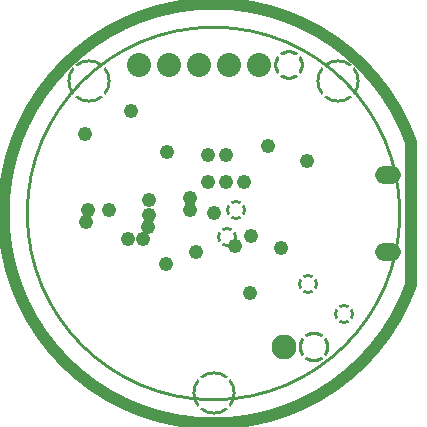
<source format=gbr>
G04*
G04 #@! TF.GenerationSoftware,Altium Limited,Altium Designer,23.3.1 (30)*
G04*
G04 Layer_Physical_Order=2*
G04 Layer_Color=32768*
%FSLAX44Y44*%
%MOMM*%
G71*
G04*
G04 #@! TF.SameCoordinates,607B9DED-B9D6-4049-9DE7-3198A38A4F88*
G04*
G04*
G04 #@! TF.FilePolarity,Negative*
G04*
G01*
G75*
%ADD14C,0.2540*%
%ADD82C,1.0160*%
G04:AMPARAMS|DCode=83|XSize=2.624mm|YSize=2.624mm|CornerRadius=0mm|HoleSize=0mm|Usage=FLASHONLY|Rotation=0.000|XOffset=0mm|YOffset=0mm|HoleType=Round|Shape=Relief|Width=0.254mm|Gap=0.254mm|Entries=4|*
%AMTHD83*
7,0,0,2.6240,2.1160,0.2540,45*
%
%ADD83THD83*%
%ADD84C,2.1160*%
%ADD85O,2.2160X1.5160*%
%ADD86C,1.5160*%
G04:AMPARAMS|DCode=87|XSize=2.544mm|YSize=2.544mm|CornerRadius=0mm|HoleSize=0mm|Usage=FLASHONLY|Rotation=0.000|XOffset=0mm|YOffset=0mm|HoleType=Round|Shape=Relief|Width=0.254mm|Gap=0.254mm|Entries=4|*
%AMTHD87*
7,0,0,2.5440,2.0360,0.2540,45*
%
%ADD87THD87*%
%ADD88C,2.0360*%
%ADD89C,1.2192*%
G04:AMPARAMS|DCode=90|XSize=1.7272mm|YSize=1.7272mm|CornerRadius=0mm|HoleSize=0mm|Usage=FLASHONLY|Rotation=0.000|XOffset=0mm|YOffset=0mm|HoleType=Round|Shape=Relief|Width=0.254mm|Gap=0.254mm|Entries=4|*
%AMTHD90*
7,0,0,1.7272,1.2192,0.2540,45*
%
%ADD90THD90*%
G04:AMPARAMS|DCode=91|XSize=3.683mm|YSize=3.683mm|CornerRadius=0mm|HoleSize=0mm|Usage=FLASHONLY|Rotation=0.000|XOffset=0mm|YOffset=0mm|HoleType=Round|Shape=Relief|Width=0.254mm|Gap=0.254mm|Entries=4|*
%AMTHD91*
7,0,0,3.6830,3.1750,0.2540,45*
%
%ADD91THD91*%
D14*
X411695Y254000D02*
G03*
X411695Y254000I-157695J0D01*
G01*
D82*
X421077Y314811D02*
G03*
X421077Y193189I-167077J-60811D01*
G01*
Y314811D01*
D83*
X339090Y140970D02*
D03*
D84*
X313690D02*
D03*
D85*
X401400Y287000D02*
D03*
Y221000D02*
D03*
D86*
Y287000D02*
D03*
Y221000D02*
D03*
D87*
X317500Y379730D02*
D03*
D88*
X292100D02*
D03*
X266700D02*
D03*
X241300D02*
D03*
X215900D02*
D03*
X190500D02*
D03*
D89*
X214755Y305835D02*
D03*
X213720Y210820D02*
D03*
X299720Y311020D02*
D03*
X264160Y303160D02*
D03*
X248920D02*
D03*
X146050Y246380D02*
D03*
X184150Y340360D02*
D03*
X144780Y321310D02*
D03*
X285750Y234950D02*
D03*
X284480Y186690D02*
D03*
X198120Y242570D02*
D03*
X279400Y280670D02*
D03*
X254000Y254000D02*
D03*
X233680Y266700D02*
D03*
X248920Y280670D02*
D03*
X332740Y298450D02*
D03*
X271780Y226060D02*
D03*
X238760Y220980D02*
D03*
X165100Y256540D02*
D03*
X147320D02*
D03*
X311150Y224790D02*
D03*
X194310Y232410D02*
D03*
X181610D02*
D03*
X233680Y256540D02*
D03*
X199390Y265430D02*
D03*
Y252730D02*
D03*
X264160Y280670D02*
D03*
D90*
X364370Y168910D02*
D03*
X265430Y233680D02*
D03*
X334010Y194310D02*
D03*
X273050Y256540D02*
D03*
D91*
X254000Y101600D02*
D03*
X148590Y365760D02*
D03*
X359410D02*
D03*
M02*

</source>
